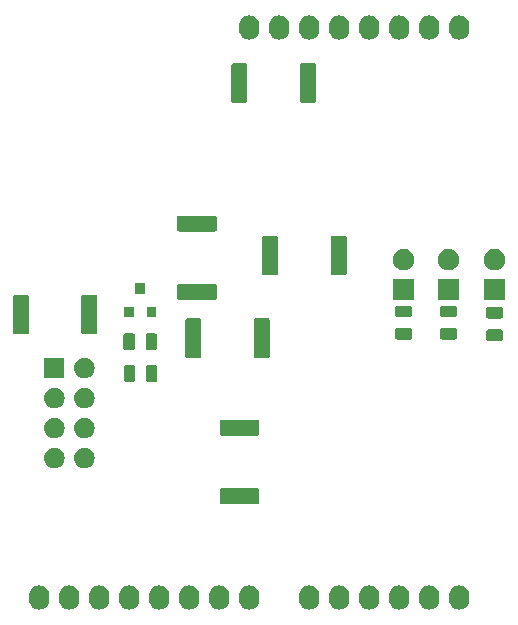
<source format=gbr>
G04 #@! TF.GenerationSoftware,KiCad,Pcbnew,5.0.2-bee76a0~70~ubuntu16.04.1*
G04 #@! TF.CreationDate,2019-02-13T18:04:47+01:00*
G04 #@! TF.ProjectId,NRF24_Shield_Uno,4e524632-345f-4536-9869-656c645f556e,rev?*
G04 #@! TF.SameCoordinates,Original*
G04 #@! TF.FileFunction,Soldermask,Bot*
G04 #@! TF.FilePolarity,Negative*
%FSLAX46Y46*%
G04 Gerber Fmt 4.6, Leading zero omitted, Abs format (unit mm)*
G04 Created by KiCad (PCBNEW 5.0.2-bee76a0~70~ubuntu16.04.1) date śro, 13 lut 2019, 18:04:47*
%MOMM*%
%LPD*%
G01*
G04 APERTURE LIST*
%ADD10C,0.100000*%
G04 APERTURE END LIST*
D10*
G36*
X139107294Y-122821496D02*
X139227726Y-122858029D01*
X139270087Y-122870879D01*
X139420112Y-122951068D01*
X139551612Y-123058988D01*
X139659532Y-123190488D01*
X139739721Y-123340512D01*
X139752571Y-123382873D01*
X139789104Y-123503305D01*
X139801600Y-123630180D01*
X139801600Y-124019819D01*
X139789104Y-124146694D01*
X139752571Y-124267128D01*
X139739721Y-124309488D01*
X139659532Y-124459512D01*
X139551612Y-124591012D01*
X139420112Y-124698932D01*
X139270088Y-124779121D01*
X139227727Y-124791971D01*
X139107295Y-124828504D01*
X138994432Y-124839620D01*
X138938001Y-124845178D01*
X138938000Y-124845178D01*
X138768706Y-124828504D01*
X138648274Y-124791971D01*
X138605913Y-124779121D01*
X138455889Y-124698932D01*
X138365946Y-124625117D01*
X138324388Y-124591012D01*
X138216469Y-124459512D01*
X138216467Y-124459509D01*
X138136279Y-124309488D01*
X138123429Y-124267127D01*
X138086896Y-124146695D01*
X138074400Y-124019820D01*
X138074400Y-123630181D01*
X138086896Y-123503306D01*
X138136278Y-123340517D01*
X138136279Y-123340513D01*
X138216468Y-123190488D01*
X138324388Y-123058988D01*
X138455888Y-122951068D01*
X138605912Y-122870879D01*
X138648273Y-122858029D01*
X138768705Y-122821496D01*
X138881568Y-122810380D01*
X138937999Y-122804822D01*
X138938000Y-122804822D01*
X139107294Y-122821496D01*
X139107294Y-122821496D01*
G37*
G36*
X172127294Y-122821496D02*
X172247726Y-122858029D01*
X172290087Y-122870879D01*
X172440112Y-122951068D01*
X172571612Y-123058988D01*
X172679532Y-123190488D01*
X172759721Y-123340512D01*
X172772571Y-123382873D01*
X172809104Y-123503305D01*
X172821600Y-123630180D01*
X172821600Y-124019819D01*
X172809104Y-124146694D01*
X172772571Y-124267128D01*
X172759721Y-124309488D01*
X172679532Y-124459512D01*
X172571612Y-124591012D01*
X172440112Y-124698932D01*
X172290088Y-124779121D01*
X172247727Y-124791971D01*
X172127295Y-124828504D01*
X172014432Y-124839620D01*
X171958001Y-124845178D01*
X171958000Y-124845178D01*
X171788706Y-124828504D01*
X171668274Y-124791971D01*
X171625913Y-124779121D01*
X171475889Y-124698932D01*
X171385946Y-124625117D01*
X171344388Y-124591012D01*
X171236469Y-124459512D01*
X171236467Y-124459509D01*
X171156279Y-124309488D01*
X171143429Y-124267127D01*
X171106896Y-124146695D01*
X171094400Y-124019820D01*
X171094400Y-123630181D01*
X171106896Y-123503306D01*
X171156278Y-123340517D01*
X171156279Y-123340513D01*
X171236468Y-123190488D01*
X171344388Y-123058988D01*
X171475888Y-122951068D01*
X171625912Y-122870879D01*
X171668273Y-122858029D01*
X171788705Y-122821496D01*
X171901568Y-122810380D01*
X171957999Y-122804822D01*
X171958000Y-122804822D01*
X172127294Y-122821496D01*
X172127294Y-122821496D01*
G37*
G36*
X174667294Y-122821496D02*
X174787726Y-122858029D01*
X174830087Y-122870879D01*
X174980112Y-122951068D01*
X175111612Y-123058988D01*
X175219532Y-123190488D01*
X175299721Y-123340512D01*
X175312571Y-123382873D01*
X175349104Y-123503305D01*
X175361600Y-123630180D01*
X175361600Y-124019819D01*
X175349104Y-124146694D01*
X175312571Y-124267128D01*
X175299721Y-124309488D01*
X175219532Y-124459512D01*
X175111612Y-124591012D01*
X174980112Y-124698932D01*
X174830088Y-124779121D01*
X174787727Y-124791971D01*
X174667295Y-124828504D01*
X174554432Y-124839620D01*
X174498001Y-124845178D01*
X174498000Y-124845178D01*
X174328706Y-124828504D01*
X174208274Y-124791971D01*
X174165913Y-124779121D01*
X174015889Y-124698932D01*
X173925946Y-124625117D01*
X173884388Y-124591012D01*
X173776469Y-124459512D01*
X173776467Y-124459509D01*
X173696279Y-124309488D01*
X173683429Y-124267127D01*
X173646896Y-124146695D01*
X173634400Y-124019820D01*
X173634400Y-123630181D01*
X173646896Y-123503306D01*
X173696278Y-123340517D01*
X173696279Y-123340513D01*
X173776468Y-123190488D01*
X173884388Y-123058988D01*
X174015888Y-122951068D01*
X174165912Y-122870879D01*
X174208273Y-122858029D01*
X174328705Y-122821496D01*
X174441568Y-122810380D01*
X174497999Y-122804822D01*
X174498000Y-122804822D01*
X174667294Y-122821496D01*
X174667294Y-122821496D01*
G37*
G36*
X169587294Y-122821496D02*
X169707726Y-122858029D01*
X169750087Y-122870879D01*
X169900112Y-122951068D01*
X170031612Y-123058988D01*
X170139532Y-123190488D01*
X170219721Y-123340512D01*
X170232571Y-123382873D01*
X170269104Y-123503305D01*
X170281600Y-123630180D01*
X170281600Y-124019819D01*
X170269104Y-124146694D01*
X170232571Y-124267128D01*
X170219721Y-124309488D01*
X170139532Y-124459512D01*
X170031612Y-124591012D01*
X169900112Y-124698932D01*
X169750088Y-124779121D01*
X169707727Y-124791971D01*
X169587295Y-124828504D01*
X169474432Y-124839620D01*
X169418001Y-124845178D01*
X169418000Y-124845178D01*
X169248706Y-124828504D01*
X169128274Y-124791971D01*
X169085913Y-124779121D01*
X168935889Y-124698932D01*
X168845946Y-124625117D01*
X168804388Y-124591012D01*
X168696469Y-124459512D01*
X168696467Y-124459509D01*
X168616279Y-124309488D01*
X168603429Y-124267127D01*
X168566896Y-124146695D01*
X168554400Y-124019820D01*
X168554400Y-123630181D01*
X168566896Y-123503306D01*
X168616278Y-123340517D01*
X168616279Y-123340513D01*
X168696468Y-123190488D01*
X168804388Y-123058988D01*
X168935888Y-122951068D01*
X169085912Y-122870879D01*
X169128273Y-122858029D01*
X169248705Y-122821496D01*
X169361568Y-122810380D01*
X169417999Y-122804822D01*
X169418000Y-122804822D01*
X169587294Y-122821496D01*
X169587294Y-122821496D01*
G37*
G36*
X167047294Y-122821496D02*
X167167726Y-122858029D01*
X167210087Y-122870879D01*
X167360112Y-122951068D01*
X167491612Y-123058988D01*
X167599532Y-123190488D01*
X167679721Y-123340512D01*
X167692571Y-123382873D01*
X167729104Y-123503305D01*
X167741600Y-123630180D01*
X167741600Y-124019819D01*
X167729104Y-124146694D01*
X167692571Y-124267128D01*
X167679721Y-124309488D01*
X167599532Y-124459512D01*
X167491612Y-124591012D01*
X167360112Y-124698932D01*
X167210088Y-124779121D01*
X167167727Y-124791971D01*
X167047295Y-124828504D01*
X166934432Y-124839620D01*
X166878001Y-124845178D01*
X166878000Y-124845178D01*
X166708706Y-124828504D01*
X166588274Y-124791971D01*
X166545913Y-124779121D01*
X166395889Y-124698932D01*
X166305946Y-124625117D01*
X166264388Y-124591012D01*
X166156469Y-124459512D01*
X166156467Y-124459509D01*
X166076279Y-124309488D01*
X166063429Y-124267127D01*
X166026896Y-124146695D01*
X166014400Y-124019820D01*
X166014400Y-123630181D01*
X166026896Y-123503306D01*
X166076278Y-123340517D01*
X166076279Y-123340513D01*
X166156468Y-123190488D01*
X166264388Y-123058988D01*
X166395888Y-122951068D01*
X166545912Y-122870879D01*
X166588273Y-122858029D01*
X166708705Y-122821496D01*
X166821568Y-122810380D01*
X166877999Y-122804822D01*
X166878000Y-122804822D01*
X167047294Y-122821496D01*
X167047294Y-122821496D01*
G37*
G36*
X164507294Y-122821496D02*
X164627726Y-122858029D01*
X164670087Y-122870879D01*
X164820112Y-122951068D01*
X164951612Y-123058988D01*
X165059532Y-123190488D01*
X165139721Y-123340512D01*
X165152571Y-123382873D01*
X165189104Y-123503305D01*
X165201600Y-123630180D01*
X165201600Y-124019819D01*
X165189104Y-124146694D01*
X165152571Y-124267128D01*
X165139721Y-124309488D01*
X165059532Y-124459512D01*
X164951612Y-124591012D01*
X164820112Y-124698932D01*
X164670088Y-124779121D01*
X164627727Y-124791971D01*
X164507295Y-124828504D01*
X164394432Y-124839620D01*
X164338001Y-124845178D01*
X164338000Y-124845178D01*
X164168706Y-124828504D01*
X164048274Y-124791971D01*
X164005913Y-124779121D01*
X163855889Y-124698932D01*
X163765946Y-124625117D01*
X163724388Y-124591012D01*
X163616469Y-124459512D01*
X163616467Y-124459509D01*
X163536279Y-124309488D01*
X163523429Y-124267127D01*
X163486896Y-124146695D01*
X163474400Y-124019820D01*
X163474400Y-123630181D01*
X163486896Y-123503306D01*
X163536278Y-123340517D01*
X163536279Y-123340513D01*
X163616468Y-123190488D01*
X163724388Y-123058988D01*
X163855888Y-122951068D01*
X164005912Y-122870879D01*
X164048273Y-122858029D01*
X164168705Y-122821496D01*
X164281568Y-122810380D01*
X164337999Y-122804822D01*
X164338000Y-122804822D01*
X164507294Y-122821496D01*
X164507294Y-122821496D01*
G37*
G36*
X161967294Y-122821496D02*
X162087726Y-122858029D01*
X162130087Y-122870879D01*
X162280112Y-122951068D01*
X162411612Y-123058988D01*
X162519532Y-123190488D01*
X162599721Y-123340512D01*
X162612571Y-123382873D01*
X162649104Y-123503305D01*
X162661600Y-123630180D01*
X162661600Y-124019819D01*
X162649104Y-124146694D01*
X162612571Y-124267128D01*
X162599721Y-124309488D01*
X162519532Y-124459512D01*
X162411612Y-124591012D01*
X162280112Y-124698932D01*
X162130088Y-124779121D01*
X162087727Y-124791971D01*
X161967295Y-124828504D01*
X161854432Y-124839620D01*
X161798001Y-124845178D01*
X161798000Y-124845178D01*
X161628706Y-124828504D01*
X161508274Y-124791971D01*
X161465913Y-124779121D01*
X161315889Y-124698932D01*
X161225946Y-124625117D01*
X161184388Y-124591012D01*
X161076469Y-124459512D01*
X161076467Y-124459509D01*
X160996279Y-124309488D01*
X160983429Y-124267127D01*
X160946896Y-124146695D01*
X160934400Y-124019820D01*
X160934400Y-123630181D01*
X160946896Y-123503306D01*
X160996278Y-123340517D01*
X160996279Y-123340513D01*
X161076468Y-123190488D01*
X161184388Y-123058988D01*
X161315888Y-122951068D01*
X161465912Y-122870879D01*
X161508273Y-122858029D01*
X161628705Y-122821496D01*
X161741568Y-122810380D01*
X161797999Y-122804822D01*
X161798000Y-122804822D01*
X161967294Y-122821496D01*
X161967294Y-122821496D01*
G37*
G36*
X156887294Y-122821496D02*
X157007726Y-122858029D01*
X157050087Y-122870879D01*
X157200112Y-122951068D01*
X157331612Y-123058988D01*
X157439532Y-123190488D01*
X157519721Y-123340512D01*
X157532571Y-123382873D01*
X157569104Y-123503305D01*
X157581600Y-123630180D01*
X157581600Y-124019819D01*
X157569104Y-124146694D01*
X157532571Y-124267128D01*
X157519721Y-124309488D01*
X157439532Y-124459512D01*
X157331612Y-124591012D01*
X157200112Y-124698932D01*
X157050088Y-124779121D01*
X157007727Y-124791971D01*
X156887295Y-124828504D01*
X156774432Y-124839620D01*
X156718001Y-124845178D01*
X156718000Y-124845178D01*
X156548706Y-124828504D01*
X156428274Y-124791971D01*
X156385913Y-124779121D01*
X156235889Y-124698932D01*
X156145946Y-124625117D01*
X156104388Y-124591012D01*
X155996469Y-124459512D01*
X155996467Y-124459509D01*
X155916279Y-124309488D01*
X155903429Y-124267127D01*
X155866896Y-124146695D01*
X155854400Y-124019820D01*
X155854400Y-123630181D01*
X155866896Y-123503306D01*
X155916278Y-123340517D01*
X155916279Y-123340513D01*
X155996468Y-123190488D01*
X156104388Y-123058988D01*
X156235888Y-122951068D01*
X156385912Y-122870879D01*
X156428273Y-122858029D01*
X156548705Y-122821496D01*
X156661568Y-122810380D01*
X156717999Y-122804822D01*
X156718000Y-122804822D01*
X156887294Y-122821496D01*
X156887294Y-122821496D01*
G37*
G36*
X151807294Y-122821496D02*
X151927726Y-122858029D01*
X151970087Y-122870879D01*
X152120112Y-122951068D01*
X152251612Y-123058988D01*
X152359532Y-123190488D01*
X152439721Y-123340512D01*
X152452571Y-123382873D01*
X152489104Y-123503305D01*
X152501600Y-123630180D01*
X152501600Y-124019819D01*
X152489104Y-124146694D01*
X152452571Y-124267128D01*
X152439721Y-124309488D01*
X152359532Y-124459512D01*
X152251612Y-124591012D01*
X152120112Y-124698932D01*
X151970088Y-124779121D01*
X151927727Y-124791971D01*
X151807295Y-124828504D01*
X151694432Y-124839620D01*
X151638001Y-124845178D01*
X151638000Y-124845178D01*
X151468706Y-124828504D01*
X151348274Y-124791971D01*
X151305913Y-124779121D01*
X151155889Y-124698932D01*
X151065946Y-124625117D01*
X151024388Y-124591012D01*
X150916469Y-124459512D01*
X150916467Y-124459509D01*
X150836279Y-124309488D01*
X150823429Y-124267127D01*
X150786896Y-124146695D01*
X150774400Y-124019820D01*
X150774400Y-123630181D01*
X150786896Y-123503306D01*
X150836278Y-123340517D01*
X150836279Y-123340513D01*
X150916468Y-123190488D01*
X151024388Y-123058988D01*
X151155888Y-122951068D01*
X151305912Y-122870879D01*
X151348273Y-122858029D01*
X151468705Y-122821496D01*
X151581568Y-122810380D01*
X151637999Y-122804822D01*
X151638000Y-122804822D01*
X151807294Y-122821496D01*
X151807294Y-122821496D01*
G37*
G36*
X149267294Y-122821496D02*
X149387726Y-122858029D01*
X149430087Y-122870879D01*
X149580112Y-122951068D01*
X149711612Y-123058988D01*
X149819532Y-123190488D01*
X149899721Y-123340512D01*
X149912571Y-123382873D01*
X149949104Y-123503305D01*
X149961600Y-123630180D01*
X149961600Y-124019819D01*
X149949104Y-124146694D01*
X149912571Y-124267128D01*
X149899721Y-124309488D01*
X149819532Y-124459512D01*
X149711612Y-124591012D01*
X149580112Y-124698932D01*
X149430088Y-124779121D01*
X149387727Y-124791971D01*
X149267295Y-124828504D01*
X149154432Y-124839620D01*
X149098001Y-124845178D01*
X149098000Y-124845178D01*
X148928706Y-124828504D01*
X148808274Y-124791971D01*
X148765913Y-124779121D01*
X148615889Y-124698932D01*
X148525946Y-124625117D01*
X148484388Y-124591012D01*
X148376469Y-124459512D01*
X148376467Y-124459509D01*
X148296279Y-124309488D01*
X148283429Y-124267127D01*
X148246896Y-124146695D01*
X148234400Y-124019820D01*
X148234400Y-123630181D01*
X148246896Y-123503306D01*
X148296278Y-123340517D01*
X148296279Y-123340513D01*
X148376468Y-123190488D01*
X148484388Y-123058988D01*
X148615888Y-122951068D01*
X148765912Y-122870879D01*
X148808273Y-122858029D01*
X148928705Y-122821496D01*
X149041568Y-122810380D01*
X149097999Y-122804822D01*
X149098000Y-122804822D01*
X149267294Y-122821496D01*
X149267294Y-122821496D01*
G37*
G36*
X146727294Y-122821496D02*
X146847726Y-122858029D01*
X146890087Y-122870879D01*
X147040112Y-122951068D01*
X147171612Y-123058988D01*
X147279532Y-123190488D01*
X147359721Y-123340512D01*
X147372571Y-123382873D01*
X147409104Y-123503305D01*
X147421600Y-123630180D01*
X147421600Y-124019819D01*
X147409104Y-124146694D01*
X147372571Y-124267128D01*
X147359721Y-124309488D01*
X147279532Y-124459512D01*
X147171612Y-124591012D01*
X147040112Y-124698932D01*
X146890088Y-124779121D01*
X146847727Y-124791971D01*
X146727295Y-124828504D01*
X146614432Y-124839620D01*
X146558001Y-124845178D01*
X146558000Y-124845178D01*
X146388706Y-124828504D01*
X146268274Y-124791971D01*
X146225913Y-124779121D01*
X146075889Y-124698932D01*
X145985946Y-124625117D01*
X145944388Y-124591012D01*
X145836469Y-124459512D01*
X145836467Y-124459509D01*
X145756279Y-124309488D01*
X145743429Y-124267127D01*
X145706896Y-124146695D01*
X145694400Y-124019820D01*
X145694400Y-123630181D01*
X145706896Y-123503306D01*
X145756278Y-123340517D01*
X145756279Y-123340513D01*
X145836468Y-123190488D01*
X145944388Y-123058988D01*
X146075888Y-122951068D01*
X146225912Y-122870879D01*
X146268273Y-122858029D01*
X146388705Y-122821496D01*
X146501568Y-122810380D01*
X146557999Y-122804822D01*
X146558000Y-122804822D01*
X146727294Y-122821496D01*
X146727294Y-122821496D01*
G37*
G36*
X144187294Y-122821496D02*
X144307726Y-122858029D01*
X144350087Y-122870879D01*
X144500112Y-122951068D01*
X144631612Y-123058988D01*
X144739532Y-123190488D01*
X144819721Y-123340512D01*
X144832571Y-123382873D01*
X144869104Y-123503305D01*
X144881600Y-123630180D01*
X144881600Y-124019819D01*
X144869104Y-124146694D01*
X144832571Y-124267128D01*
X144819721Y-124309488D01*
X144739532Y-124459512D01*
X144631612Y-124591012D01*
X144500112Y-124698932D01*
X144350088Y-124779121D01*
X144307727Y-124791971D01*
X144187295Y-124828504D01*
X144074432Y-124839620D01*
X144018001Y-124845178D01*
X144018000Y-124845178D01*
X143848706Y-124828504D01*
X143728274Y-124791971D01*
X143685913Y-124779121D01*
X143535889Y-124698932D01*
X143445946Y-124625117D01*
X143404388Y-124591012D01*
X143296469Y-124459512D01*
X143296467Y-124459509D01*
X143216279Y-124309488D01*
X143203429Y-124267127D01*
X143166896Y-124146695D01*
X143154400Y-124019820D01*
X143154400Y-123630181D01*
X143166896Y-123503306D01*
X143216278Y-123340517D01*
X143216279Y-123340513D01*
X143296468Y-123190488D01*
X143404388Y-123058988D01*
X143535888Y-122951068D01*
X143685912Y-122870879D01*
X143728273Y-122858029D01*
X143848705Y-122821496D01*
X143961568Y-122810380D01*
X144017999Y-122804822D01*
X144018000Y-122804822D01*
X144187294Y-122821496D01*
X144187294Y-122821496D01*
G37*
G36*
X141647294Y-122821496D02*
X141767726Y-122858029D01*
X141810087Y-122870879D01*
X141960112Y-122951068D01*
X142091612Y-123058988D01*
X142199532Y-123190488D01*
X142279721Y-123340512D01*
X142292571Y-123382873D01*
X142329104Y-123503305D01*
X142341600Y-123630180D01*
X142341600Y-124019819D01*
X142329104Y-124146694D01*
X142292571Y-124267128D01*
X142279721Y-124309488D01*
X142199532Y-124459512D01*
X142091612Y-124591012D01*
X141960112Y-124698932D01*
X141810088Y-124779121D01*
X141767727Y-124791971D01*
X141647295Y-124828504D01*
X141534432Y-124839620D01*
X141478001Y-124845178D01*
X141478000Y-124845178D01*
X141308706Y-124828504D01*
X141188274Y-124791971D01*
X141145913Y-124779121D01*
X140995889Y-124698932D01*
X140905946Y-124625117D01*
X140864388Y-124591012D01*
X140756469Y-124459512D01*
X140756467Y-124459509D01*
X140676279Y-124309488D01*
X140663429Y-124267127D01*
X140626896Y-124146695D01*
X140614400Y-124019820D01*
X140614400Y-123630181D01*
X140626896Y-123503306D01*
X140676278Y-123340517D01*
X140676279Y-123340513D01*
X140756468Y-123190488D01*
X140864388Y-123058988D01*
X140995888Y-122951068D01*
X141145912Y-122870879D01*
X141188273Y-122858029D01*
X141308705Y-122821496D01*
X141421568Y-122810380D01*
X141477999Y-122804822D01*
X141478000Y-122804822D01*
X141647294Y-122821496D01*
X141647294Y-122821496D01*
G37*
G36*
X154347294Y-122821496D02*
X154467726Y-122858029D01*
X154510087Y-122870879D01*
X154660112Y-122951068D01*
X154791612Y-123058988D01*
X154899532Y-123190488D01*
X154979721Y-123340512D01*
X154992571Y-123382873D01*
X155029104Y-123503305D01*
X155041600Y-123630180D01*
X155041600Y-124019819D01*
X155029104Y-124146694D01*
X154992571Y-124267128D01*
X154979721Y-124309488D01*
X154899532Y-124459512D01*
X154791612Y-124591012D01*
X154660112Y-124698932D01*
X154510088Y-124779121D01*
X154467727Y-124791971D01*
X154347295Y-124828504D01*
X154234432Y-124839620D01*
X154178001Y-124845178D01*
X154178000Y-124845178D01*
X154008706Y-124828504D01*
X153888274Y-124791971D01*
X153845913Y-124779121D01*
X153695889Y-124698932D01*
X153605946Y-124625117D01*
X153564388Y-124591012D01*
X153456469Y-124459512D01*
X153456467Y-124459509D01*
X153376279Y-124309488D01*
X153363429Y-124267127D01*
X153326896Y-124146695D01*
X153314400Y-124019820D01*
X153314400Y-123630181D01*
X153326896Y-123503306D01*
X153376278Y-123340517D01*
X153376279Y-123340513D01*
X153456468Y-123190488D01*
X153564388Y-123058988D01*
X153695888Y-122951068D01*
X153845912Y-122870879D01*
X153888273Y-122858029D01*
X154008705Y-122821496D01*
X154121568Y-122810380D01*
X154177999Y-122804822D01*
X154178000Y-122804822D01*
X154347294Y-122821496D01*
X154347294Y-122821496D01*
G37*
G36*
X157435002Y-114593884D02*
X157467023Y-114603598D01*
X157496535Y-114619372D01*
X157522401Y-114640599D01*
X157543628Y-114666465D01*
X157559402Y-114695977D01*
X157569116Y-114727998D01*
X157573000Y-114767436D01*
X157573000Y-115762564D01*
X157569116Y-115802002D01*
X157559402Y-115834023D01*
X157543628Y-115863535D01*
X157522401Y-115889401D01*
X157496535Y-115910628D01*
X157467023Y-115926402D01*
X157435002Y-115936116D01*
X157395564Y-115940000D01*
X154400436Y-115940000D01*
X154360998Y-115936116D01*
X154328977Y-115926402D01*
X154299465Y-115910628D01*
X154273599Y-115889401D01*
X154252372Y-115863535D01*
X154236598Y-115834023D01*
X154226884Y-115802002D01*
X154223000Y-115762564D01*
X154223000Y-114767436D01*
X154226884Y-114727998D01*
X154236598Y-114695977D01*
X154252372Y-114666465D01*
X154273599Y-114640599D01*
X154299465Y-114619372D01*
X154328977Y-114603598D01*
X154360998Y-114593884D01*
X154400436Y-114590000D01*
X157395564Y-114590000D01*
X157435002Y-114593884D01*
X157435002Y-114593884D01*
G37*
G36*
X140306712Y-111155565D02*
X140391295Y-111163896D01*
X140511727Y-111200429D01*
X140554088Y-111213279D01*
X140704112Y-111293468D01*
X140835612Y-111401388D01*
X140943532Y-111532888D01*
X141023721Y-111682912D01*
X141023722Y-111682916D01*
X141073104Y-111845705D01*
X141089778Y-112015000D01*
X141073104Y-112184295D01*
X141036571Y-112304727D01*
X141023721Y-112347088D01*
X140943532Y-112497112D01*
X140835612Y-112628612D01*
X140704112Y-112736532D01*
X140554088Y-112816721D01*
X140511727Y-112829571D01*
X140391295Y-112866104D01*
X140306712Y-112874435D01*
X140264421Y-112878600D01*
X140179579Y-112878600D01*
X140137288Y-112874435D01*
X140052705Y-112866104D01*
X139932273Y-112829571D01*
X139889912Y-112816721D01*
X139739888Y-112736532D01*
X139608388Y-112628612D01*
X139500468Y-112497112D01*
X139420279Y-112347088D01*
X139407429Y-112304727D01*
X139370896Y-112184295D01*
X139354222Y-112015000D01*
X139370896Y-111845705D01*
X139420278Y-111682916D01*
X139420279Y-111682912D01*
X139500468Y-111532888D01*
X139608388Y-111401388D01*
X139739888Y-111293468D01*
X139889912Y-111213279D01*
X139932273Y-111200429D01*
X140052705Y-111163896D01*
X140137288Y-111155565D01*
X140179579Y-111151400D01*
X140264421Y-111151400D01*
X140306712Y-111155565D01*
X140306712Y-111155565D01*
G37*
G36*
X142846712Y-111155565D02*
X142931295Y-111163896D01*
X143051727Y-111200429D01*
X143094088Y-111213279D01*
X143244112Y-111293468D01*
X143375612Y-111401388D01*
X143483532Y-111532888D01*
X143563721Y-111682912D01*
X143563722Y-111682916D01*
X143613104Y-111845705D01*
X143629778Y-112015000D01*
X143613104Y-112184295D01*
X143576571Y-112304727D01*
X143563721Y-112347088D01*
X143483532Y-112497112D01*
X143375612Y-112628612D01*
X143244112Y-112736532D01*
X143094088Y-112816721D01*
X143051727Y-112829571D01*
X142931295Y-112866104D01*
X142846712Y-112874435D01*
X142804421Y-112878600D01*
X142719579Y-112878600D01*
X142677288Y-112874435D01*
X142592705Y-112866104D01*
X142472273Y-112829571D01*
X142429912Y-112816721D01*
X142279888Y-112736532D01*
X142148388Y-112628612D01*
X142040468Y-112497112D01*
X141960279Y-112347088D01*
X141947429Y-112304727D01*
X141910896Y-112184295D01*
X141894222Y-112015000D01*
X141910896Y-111845705D01*
X141960278Y-111682916D01*
X141960279Y-111682912D01*
X142040468Y-111532888D01*
X142148388Y-111401388D01*
X142279888Y-111293468D01*
X142429912Y-111213279D01*
X142472273Y-111200429D01*
X142592705Y-111163896D01*
X142677288Y-111155565D01*
X142719579Y-111151400D01*
X142804421Y-111151400D01*
X142846712Y-111155565D01*
X142846712Y-111155565D01*
G37*
G36*
X140306712Y-108615565D02*
X140391295Y-108623896D01*
X140511727Y-108660429D01*
X140554088Y-108673279D01*
X140704112Y-108753468D01*
X140835612Y-108861388D01*
X140943532Y-108992888D01*
X141023721Y-109142912D01*
X141023722Y-109142916D01*
X141073104Y-109305705D01*
X141089778Y-109475000D01*
X141073104Y-109644295D01*
X141036571Y-109764727D01*
X141023721Y-109807088D01*
X140943532Y-109957112D01*
X140835612Y-110088612D01*
X140704112Y-110196532D01*
X140554088Y-110276721D01*
X140511727Y-110289571D01*
X140391295Y-110326104D01*
X140306712Y-110334435D01*
X140264421Y-110338600D01*
X140179579Y-110338600D01*
X140137288Y-110334435D01*
X140052705Y-110326104D01*
X139932273Y-110289571D01*
X139889912Y-110276721D01*
X139739888Y-110196532D01*
X139608388Y-110088612D01*
X139500468Y-109957112D01*
X139420279Y-109807088D01*
X139407429Y-109764727D01*
X139370896Y-109644295D01*
X139354222Y-109475000D01*
X139370896Y-109305705D01*
X139420278Y-109142916D01*
X139420279Y-109142912D01*
X139500468Y-108992888D01*
X139608388Y-108861388D01*
X139739888Y-108753468D01*
X139889912Y-108673279D01*
X139932273Y-108660429D01*
X140052705Y-108623896D01*
X140137288Y-108615565D01*
X140179579Y-108611400D01*
X140264421Y-108611400D01*
X140306712Y-108615565D01*
X140306712Y-108615565D01*
G37*
G36*
X142846712Y-108615565D02*
X142931295Y-108623896D01*
X143051727Y-108660429D01*
X143094088Y-108673279D01*
X143244112Y-108753468D01*
X143375612Y-108861388D01*
X143483532Y-108992888D01*
X143563721Y-109142912D01*
X143563722Y-109142916D01*
X143613104Y-109305705D01*
X143629778Y-109475000D01*
X143613104Y-109644295D01*
X143576571Y-109764727D01*
X143563721Y-109807088D01*
X143483532Y-109957112D01*
X143375612Y-110088612D01*
X143244112Y-110196532D01*
X143094088Y-110276721D01*
X143051727Y-110289571D01*
X142931295Y-110326104D01*
X142846712Y-110334435D01*
X142804421Y-110338600D01*
X142719579Y-110338600D01*
X142677288Y-110334435D01*
X142592705Y-110326104D01*
X142472273Y-110289571D01*
X142429912Y-110276721D01*
X142279888Y-110196532D01*
X142148388Y-110088612D01*
X142040468Y-109957112D01*
X141960279Y-109807088D01*
X141947429Y-109764727D01*
X141910896Y-109644295D01*
X141894222Y-109475000D01*
X141910896Y-109305705D01*
X141960278Y-109142916D01*
X141960279Y-109142912D01*
X142040468Y-108992888D01*
X142148388Y-108861388D01*
X142279888Y-108753468D01*
X142429912Y-108673279D01*
X142472273Y-108660429D01*
X142592705Y-108623896D01*
X142677288Y-108615565D01*
X142719579Y-108611400D01*
X142804421Y-108611400D01*
X142846712Y-108615565D01*
X142846712Y-108615565D01*
G37*
G36*
X157435002Y-108793884D02*
X157467023Y-108803598D01*
X157496535Y-108819372D01*
X157522401Y-108840599D01*
X157543628Y-108866465D01*
X157559402Y-108895977D01*
X157569116Y-108927998D01*
X157573000Y-108967436D01*
X157573000Y-109962564D01*
X157569116Y-110002002D01*
X157559402Y-110034023D01*
X157543628Y-110063535D01*
X157522401Y-110089401D01*
X157496535Y-110110628D01*
X157467023Y-110126402D01*
X157435002Y-110136116D01*
X157395564Y-110140000D01*
X154400436Y-110140000D01*
X154360998Y-110136116D01*
X154328977Y-110126402D01*
X154299465Y-110110628D01*
X154273599Y-110089401D01*
X154252372Y-110063535D01*
X154236598Y-110034023D01*
X154226884Y-110002002D01*
X154223000Y-109962564D01*
X154223000Y-108967436D01*
X154226884Y-108927998D01*
X154236598Y-108895977D01*
X154252372Y-108866465D01*
X154273599Y-108840599D01*
X154299465Y-108819372D01*
X154328977Y-108803598D01*
X154360998Y-108793884D01*
X154400436Y-108790000D01*
X157395564Y-108790000D01*
X157435002Y-108793884D01*
X157435002Y-108793884D01*
G37*
G36*
X140306712Y-106075565D02*
X140391295Y-106083896D01*
X140511727Y-106120429D01*
X140554088Y-106133279D01*
X140704112Y-106213468D01*
X140835612Y-106321388D01*
X140943532Y-106452888D01*
X141023721Y-106602912D01*
X141023722Y-106602916D01*
X141073104Y-106765705D01*
X141089778Y-106935000D01*
X141073104Y-107104295D01*
X141036571Y-107224727D01*
X141023721Y-107267088D01*
X140943532Y-107417112D01*
X140835612Y-107548612D01*
X140704112Y-107656532D01*
X140554088Y-107736721D01*
X140511727Y-107749571D01*
X140391295Y-107786104D01*
X140306712Y-107794435D01*
X140264421Y-107798600D01*
X140179579Y-107798600D01*
X140137288Y-107794435D01*
X140052705Y-107786104D01*
X139932273Y-107749571D01*
X139889912Y-107736721D01*
X139739888Y-107656532D01*
X139608388Y-107548612D01*
X139500468Y-107417112D01*
X139420279Y-107267088D01*
X139407429Y-107224727D01*
X139370896Y-107104295D01*
X139354222Y-106935000D01*
X139370896Y-106765705D01*
X139420278Y-106602916D01*
X139420279Y-106602912D01*
X139500468Y-106452888D01*
X139608388Y-106321388D01*
X139739888Y-106213468D01*
X139889912Y-106133279D01*
X139932273Y-106120429D01*
X140052705Y-106083896D01*
X140137288Y-106075565D01*
X140179579Y-106071400D01*
X140264421Y-106071400D01*
X140306712Y-106075565D01*
X140306712Y-106075565D01*
G37*
G36*
X142846712Y-106075565D02*
X142931295Y-106083896D01*
X143051727Y-106120429D01*
X143094088Y-106133279D01*
X143244112Y-106213468D01*
X143375612Y-106321388D01*
X143483532Y-106452888D01*
X143563721Y-106602912D01*
X143563722Y-106602916D01*
X143613104Y-106765705D01*
X143629778Y-106935000D01*
X143613104Y-107104295D01*
X143576571Y-107224727D01*
X143563721Y-107267088D01*
X143483532Y-107417112D01*
X143375612Y-107548612D01*
X143244112Y-107656532D01*
X143094088Y-107736721D01*
X143051727Y-107749571D01*
X142931295Y-107786104D01*
X142846712Y-107794435D01*
X142804421Y-107798600D01*
X142719579Y-107798600D01*
X142677288Y-107794435D01*
X142592705Y-107786104D01*
X142472273Y-107749571D01*
X142429912Y-107736721D01*
X142279888Y-107656532D01*
X142148388Y-107548612D01*
X142040468Y-107417112D01*
X141960279Y-107267088D01*
X141947429Y-107224727D01*
X141910896Y-107104295D01*
X141894222Y-106935000D01*
X141910896Y-106765705D01*
X141960278Y-106602916D01*
X141960279Y-106602912D01*
X142040468Y-106452888D01*
X142148388Y-106321388D01*
X142279888Y-106213468D01*
X142429912Y-106133279D01*
X142472273Y-106120429D01*
X142592705Y-106083896D01*
X142677288Y-106075565D01*
X142719579Y-106071400D01*
X142804421Y-106071400D01*
X142846712Y-106075565D01*
X142846712Y-106075565D01*
G37*
G36*
X146939492Y-104169076D02*
X146973383Y-104179357D01*
X147004611Y-104196048D01*
X147031985Y-104218515D01*
X147054452Y-104245889D01*
X147071143Y-104277117D01*
X147081424Y-104311008D01*
X147085500Y-104352391D01*
X147085500Y-105377609D01*
X147081424Y-105418992D01*
X147071143Y-105452883D01*
X147054452Y-105484111D01*
X147031985Y-105511485D01*
X147004611Y-105533952D01*
X146973383Y-105550643D01*
X146939492Y-105560924D01*
X146898109Y-105565000D01*
X146297891Y-105565000D01*
X146256508Y-105560924D01*
X146222617Y-105550643D01*
X146191389Y-105533952D01*
X146164015Y-105511485D01*
X146141548Y-105484111D01*
X146124857Y-105452883D01*
X146114576Y-105418992D01*
X146110500Y-105377609D01*
X146110500Y-104352391D01*
X146114576Y-104311008D01*
X146124857Y-104277117D01*
X146141548Y-104245889D01*
X146164015Y-104218515D01*
X146191389Y-104196048D01*
X146222617Y-104179357D01*
X146256508Y-104169076D01*
X146297891Y-104165000D01*
X146898109Y-104165000D01*
X146939492Y-104169076D01*
X146939492Y-104169076D01*
G37*
G36*
X148814492Y-104169076D02*
X148848383Y-104179357D01*
X148879611Y-104196048D01*
X148906985Y-104218515D01*
X148929452Y-104245889D01*
X148946143Y-104277117D01*
X148956424Y-104311008D01*
X148960500Y-104352391D01*
X148960500Y-105377609D01*
X148956424Y-105418992D01*
X148946143Y-105452883D01*
X148929452Y-105484111D01*
X148906985Y-105511485D01*
X148879611Y-105533952D01*
X148848383Y-105550643D01*
X148814492Y-105560924D01*
X148773109Y-105565000D01*
X148172891Y-105565000D01*
X148131508Y-105560924D01*
X148097617Y-105550643D01*
X148066389Y-105533952D01*
X148039015Y-105511485D01*
X148016548Y-105484111D01*
X147999857Y-105452883D01*
X147989576Y-105418992D01*
X147985500Y-105377609D01*
X147985500Y-104352391D01*
X147989576Y-104311008D01*
X147999857Y-104277117D01*
X148016548Y-104245889D01*
X148039015Y-104218515D01*
X148066389Y-104196048D01*
X148097617Y-104179357D01*
X148131508Y-104169076D01*
X148172891Y-104165000D01*
X148773109Y-104165000D01*
X148814492Y-104169076D01*
X148814492Y-104169076D01*
G37*
G36*
X142842962Y-103535196D02*
X142931295Y-103543896D01*
X143051727Y-103580429D01*
X143094088Y-103593279D01*
X143244112Y-103673468D01*
X143375612Y-103781388D01*
X143483532Y-103912888D01*
X143563721Y-104062912D01*
X143563722Y-104062916D01*
X143613104Y-104225705D01*
X143629778Y-104395000D01*
X143613104Y-104564295D01*
X143576571Y-104684727D01*
X143563721Y-104727088D01*
X143483532Y-104877112D01*
X143375612Y-105008612D01*
X143244112Y-105116532D01*
X143094088Y-105196721D01*
X143051727Y-105209571D01*
X142931295Y-105246104D01*
X142846712Y-105254435D01*
X142804421Y-105258600D01*
X142719579Y-105258600D01*
X142677288Y-105254435D01*
X142592705Y-105246104D01*
X142472273Y-105209571D01*
X142429912Y-105196721D01*
X142279888Y-105116532D01*
X142148388Y-105008612D01*
X142040468Y-104877112D01*
X141960279Y-104727088D01*
X141947429Y-104684727D01*
X141910896Y-104564295D01*
X141894222Y-104395000D01*
X141910896Y-104225705D01*
X141960278Y-104062916D01*
X141960279Y-104062912D01*
X142040468Y-103912888D01*
X142148388Y-103781388D01*
X142279888Y-103673468D01*
X142429912Y-103593279D01*
X142472273Y-103580429D01*
X142592705Y-103543896D01*
X142681038Y-103535196D01*
X142719579Y-103531400D01*
X142804421Y-103531400D01*
X142842962Y-103535196D01*
X142842962Y-103535196D01*
G37*
G36*
X141085600Y-105258600D02*
X139358400Y-105258600D01*
X139358400Y-103531400D01*
X141085600Y-103531400D01*
X141085600Y-105258600D01*
X141085600Y-105258600D01*
G37*
G36*
X158335002Y-100193884D02*
X158367023Y-100203598D01*
X158396535Y-100219372D01*
X158422401Y-100240599D01*
X158443628Y-100266465D01*
X158459402Y-100295977D01*
X158469116Y-100327998D01*
X158473000Y-100367436D01*
X158473000Y-103362564D01*
X158469116Y-103402002D01*
X158459402Y-103434023D01*
X158443628Y-103463535D01*
X158422401Y-103489401D01*
X158396535Y-103510628D01*
X158367023Y-103526402D01*
X158335002Y-103536116D01*
X158295564Y-103540000D01*
X157300436Y-103540000D01*
X157260998Y-103536116D01*
X157228977Y-103526402D01*
X157199465Y-103510628D01*
X157173599Y-103489401D01*
X157152372Y-103463535D01*
X157136598Y-103434023D01*
X157126884Y-103402002D01*
X157123000Y-103362564D01*
X157123000Y-100367436D01*
X157126884Y-100327998D01*
X157136598Y-100295977D01*
X157152372Y-100266465D01*
X157173599Y-100240599D01*
X157199465Y-100219372D01*
X157228977Y-100203598D01*
X157260998Y-100193884D01*
X157300436Y-100190000D01*
X158295564Y-100190000D01*
X158335002Y-100193884D01*
X158335002Y-100193884D01*
G37*
G36*
X152535002Y-100193884D02*
X152567023Y-100203598D01*
X152596535Y-100219372D01*
X152622401Y-100240599D01*
X152643628Y-100266465D01*
X152659402Y-100295977D01*
X152669116Y-100327998D01*
X152673000Y-100367436D01*
X152673000Y-103362564D01*
X152669116Y-103402002D01*
X152659402Y-103434023D01*
X152643628Y-103463535D01*
X152622401Y-103489401D01*
X152596535Y-103510628D01*
X152567023Y-103526402D01*
X152535002Y-103536116D01*
X152495564Y-103540000D01*
X151500436Y-103540000D01*
X151460998Y-103536116D01*
X151428977Y-103526402D01*
X151399465Y-103510628D01*
X151373599Y-103489401D01*
X151352372Y-103463535D01*
X151336598Y-103434023D01*
X151326884Y-103402002D01*
X151323000Y-103362564D01*
X151323000Y-100367436D01*
X151326884Y-100327998D01*
X151336598Y-100295977D01*
X151352372Y-100266465D01*
X151373599Y-100240599D01*
X151399465Y-100219372D01*
X151428977Y-100203598D01*
X151460998Y-100193884D01*
X151500436Y-100190000D01*
X152495564Y-100190000D01*
X152535002Y-100193884D01*
X152535002Y-100193884D01*
G37*
G36*
X148776992Y-101469076D02*
X148810883Y-101479357D01*
X148842111Y-101496048D01*
X148869485Y-101518515D01*
X148891952Y-101545889D01*
X148908643Y-101577117D01*
X148918924Y-101611008D01*
X148923000Y-101652391D01*
X148923000Y-102677609D01*
X148918924Y-102718992D01*
X148908643Y-102752883D01*
X148891952Y-102784111D01*
X148869485Y-102811485D01*
X148842111Y-102833952D01*
X148810883Y-102850643D01*
X148776992Y-102860924D01*
X148735609Y-102865000D01*
X148135391Y-102865000D01*
X148094008Y-102860924D01*
X148060117Y-102850643D01*
X148028889Y-102833952D01*
X148001515Y-102811485D01*
X147979048Y-102784111D01*
X147962357Y-102752883D01*
X147952076Y-102718992D01*
X147948000Y-102677609D01*
X147948000Y-101652391D01*
X147952076Y-101611008D01*
X147962357Y-101577117D01*
X147979048Y-101545889D01*
X148001515Y-101518515D01*
X148028889Y-101496048D01*
X148060117Y-101479357D01*
X148094008Y-101469076D01*
X148135391Y-101465000D01*
X148735609Y-101465000D01*
X148776992Y-101469076D01*
X148776992Y-101469076D01*
G37*
G36*
X146901992Y-101469076D02*
X146935883Y-101479357D01*
X146967111Y-101496048D01*
X146994485Y-101518515D01*
X147016952Y-101545889D01*
X147033643Y-101577117D01*
X147043924Y-101611008D01*
X147048000Y-101652391D01*
X147048000Y-102677609D01*
X147043924Y-102718992D01*
X147033643Y-102752883D01*
X147016952Y-102784111D01*
X146994485Y-102811485D01*
X146967111Y-102833952D01*
X146935883Y-102850643D01*
X146901992Y-102860924D01*
X146860609Y-102865000D01*
X146260391Y-102865000D01*
X146219008Y-102860924D01*
X146185117Y-102850643D01*
X146153889Y-102833952D01*
X146126515Y-102811485D01*
X146104048Y-102784111D01*
X146087357Y-102752883D01*
X146077076Y-102718992D01*
X146073000Y-102677609D01*
X146073000Y-101652391D01*
X146077076Y-101611008D01*
X146087357Y-101577117D01*
X146104048Y-101545889D01*
X146126515Y-101518515D01*
X146153889Y-101496048D01*
X146185117Y-101479357D01*
X146219008Y-101469076D01*
X146260391Y-101465000D01*
X146860609Y-101465000D01*
X146901992Y-101469076D01*
X146901992Y-101469076D01*
G37*
G36*
X178051992Y-101119076D02*
X178085883Y-101129357D01*
X178117111Y-101146048D01*
X178144485Y-101168515D01*
X178166952Y-101195889D01*
X178183643Y-101227117D01*
X178193924Y-101261008D01*
X178198000Y-101302391D01*
X178198000Y-101902609D01*
X178193924Y-101943992D01*
X178183643Y-101977883D01*
X178166952Y-102009111D01*
X178144485Y-102036485D01*
X178117111Y-102058952D01*
X178085883Y-102075643D01*
X178051992Y-102085924D01*
X178010609Y-102090000D01*
X176985391Y-102090000D01*
X176944008Y-102085924D01*
X176910117Y-102075643D01*
X176878889Y-102058952D01*
X176851515Y-102036485D01*
X176829048Y-102009111D01*
X176812357Y-101977883D01*
X176802076Y-101943992D01*
X176798000Y-101902609D01*
X176798000Y-101302391D01*
X176802076Y-101261008D01*
X176812357Y-101227117D01*
X176829048Y-101195889D01*
X176851515Y-101168515D01*
X176878889Y-101146048D01*
X176910117Y-101129357D01*
X176944008Y-101119076D01*
X176985391Y-101115000D01*
X178010609Y-101115000D01*
X178051992Y-101119076D01*
X178051992Y-101119076D01*
G37*
G36*
X170351992Y-101019076D02*
X170385883Y-101029357D01*
X170417111Y-101046048D01*
X170444485Y-101068515D01*
X170466952Y-101095889D01*
X170483643Y-101127117D01*
X170493924Y-101161008D01*
X170498000Y-101202391D01*
X170498000Y-101802609D01*
X170493924Y-101843992D01*
X170483643Y-101877883D01*
X170466952Y-101909111D01*
X170444485Y-101936485D01*
X170417111Y-101958952D01*
X170385883Y-101975643D01*
X170351992Y-101985924D01*
X170310609Y-101990000D01*
X169285391Y-101990000D01*
X169244008Y-101985924D01*
X169210117Y-101975643D01*
X169178889Y-101958952D01*
X169151515Y-101936485D01*
X169129048Y-101909111D01*
X169112357Y-101877883D01*
X169102076Y-101843992D01*
X169098000Y-101802609D01*
X169098000Y-101202391D01*
X169102076Y-101161008D01*
X169112357Y-101127117D01*
X169129048Y-101095889D01*
X169151515Y-101068515D01*
X169178889Y-101046048D01*
X169210117Y-101029357D01*
X169244008Y-101019076D01*
X169285391Y-101015000D01*
X170310609Y-101015000D01*
X170351992Y-101019076D01*
X170351992Y-101019076D01*
G37*
G36*
X174151992Y-101019076D02*
X174185883Y-101029357D01*
X174217111Y-101046048D01*
X174244485Y-101068515D01*
X174266952Y-101095889D01*
X174283643Y-101127117D01*
X174293924Y-101161008D01*
X174298000Y-101202391D01*
X174298000Y-101802609D01*
X174293924Y-101843992D01*
X174283643Y-101877883D01*
X174266952Y-101909111D01*
X174244485Y-101936485D01*
X174217111Y-101958952D01*
X174185883Y-101975643D01*
X174151992Y-101985924D01*
X174110609Y-101990000D01*
X173085391Y-101990000D01*
X173044008Y-101985924D01*
X173010117Y-101975643D01*
X172978889Y-101958952D01*
X172951515Y-101936485D01*
X172929048Y-101909111D01*
X172912357Y-101877883D01*
X172902076Y-101843992D01*
X172898000Y-101802609D01*
X172898000Y-101202391D01*
X172902076Y-101161008D01*
X172912357Y-101127117D01*
X172929048Y-101095889D01*
X172951515Y-101068515D01*
X172978889Y-101046048D01*
X173010117Y-101029357D01*
X173044008Y-101019076D01*
X173085391Y-101015000D01*
X174110609Y-101015000D01*
X174151992Y-101019076D01*
X174151992Y-101019076D01*
G37*
G36*
X137935002Y-98193884D02*
X137967023Y-98203598D01*
X137996535Y-98219372D01*
X138022401Y-98240599D01*
X138043628Y-98266465D01*
X138059402Y-98295977D01*
X138069116Y-98327998D01*
X138073000Y-98367436D01*
X138073000Y-101362564D01*
X138069116Y-101402002D01*
X138059402Y-101434023D01*
X138043628Y-101463535D01*
X138022401Y-101489401D01*
X137996535Y-101510628D01*
X137967023Y-101526402D01*
X137935002Y-101536116D01*
X137895564Y-101540000D01*
X136900436Y-101540000D01*
X136860998Y-101536116D01*
X136828977Y-101526402D01*
X136799465Y-101510628D01*
X136773599Y-101489401D01*
X136752372Y-101463535D01*
X136736598Y-101434023D01*
X136726884Y-101402002D01*
X136723000Y-101362564D01*
X136723000Y-98367436D01*
X136726884Y-98327998D01*
X136736598Y-98295977D01*
X136752372Y-98266465D01*
X136773599Y-98240599D01*
X136799465Y-98219372D01*
X136828977Y-98203598D01*
X136860998Y-98193884D01*
X136900436Y-98190000D01*
X137895564Y-98190000D01*
X137935002Y-98193884D01*
X137935002Y-98193884D01*
G37*
G36*
X143735002Y-98193884D02*
X143767023Y-98203598D01*
X143796535Y-98219372D01*
X143822401Y-98240599D01*
X143843628Y-98266465D01*
X143859402Y-98295977D01*
X143869116Y-98327998D01*
X143873000Y-98367436D01*
X143873000Y-101362564D01*
X143869116Y-101402002D01*
X143859402Y-101434023D01*
X143843628Y-101463535D01*
X143822401Y-101489401D01*
X143796535Y-101510628D01*
X143767023Y-101526402D01*
X143735002Y-101536116D01*
X143695564Y-101540000D01*
X142700436Y-101540000D01*
X142660998Y-101536116D01*
X142628977Y-101526402D01*
X142599465Y-101510628D01*
X142573599Y-101489401D01*
X142552372Y-101463535D01*
X142536598Y-101434023D01*
X142526884Y-101402002D01*
X142523000Y-101362564D01*
X142523000Y-98367436D01*
X142526884Y-98327998D01*
X142536598Y-98295977D01*
X142552372Y-98266465D01*
X142573599Y-98240599D01*
X142599465Y-98219372D01*
X142628977Y-98203598D01*
X142660998Y-98193884D01*
X142700436Y-98190000D01*
X143695564Y-98190000D01*
X143735002Y-98193884D01*
X143735002Y-98193884D01*
G37*
G36*
X178051992Y-99244076D02*
X178085883Y-99254357D01*
X178117111Y-99271048D01*
X178144485Y-99293515D01*
X178166952Y-99320889D01*
X178183643Y-99352117D01*
X178193924Y-99386008D01*
X178198000Y-99427391D01*
X178198000Y-100027609D01*
X178193924Y-100068992D01*
X178183643Y-100102883D01*
X178166952Y-100134111D01*
X178144485Y-100161485D01*
X178117111Y-100183952D01*
X178085883Y-100200643D01*
X178051992Y-100210924D01*
X178010609Y-100215000D01*
X176985391Y-100215000D01*
X176944008Y-100210924D01*
X176910117Y-100200643D01*
X176878889Y-100183952D01*
X176851515Y-100161485D01*
X176829048Y-100134111D01*
X176812357Y-100102883D01*
X176802076Y-100068992D01*
X176798000Y-100027609D01*
X176798000Y-99427391D01*
X176802076Y-99386008D01*
X176812357Y-99352117D01*
X176829048Y-99320889D01*
X176851515Y-99293515D01*
X176878889Y-99271048D01*
X176910117Y-99254357D01*
X176944008Y-99244076D01*
X176985391Y-99240000D01*
X178010609Y-99240000D01*
X178051992Y-99244076D01*
X178051992Y-99244076D01*
G37*
G36*
X146948000Y-100115000D02*
X146148000Y-100115000D01*
X146148000Y-99215000D01*
X146948000Y-99215000D01*
X146948000Y-100115000D01*
X146948000Y-100115000D01*
G37*
G36*
X170351992Y-99144076D02*
X170385883Y-99154357D01*
X170417111Y-99171048D01*
X170444485Y-99193515D01*
X170466952Y-99220889D01*
X170483643Y-99252117D01*
X170493924Y-99286008D01*
X170498000Y-99327391D01*
X170498000Y-99927609D01*
X170493924Y-99968992D01*
X170483643Y-100002883D01*
X170466952Y-100034111D01*
X170444485Y-100061485D01*
X170417111Y-100083952D01*
X170385883Y-100100643D01*
X170351992Y-100110924D01*
X170310609Y-100115000D01*
X169285391Y-100115000D01*
X169244008Y-100110924D01*
X169210117Y-100100643D01*
X169178889Y-100083952D01*
X169151515Y-100061485D01*
X169129048Y-100034111D01*
X169112357Y-100002883D01*
X169102076Y-99968992D01*
X169098000Y-99927609D01*
X169098000Y-99327391D01*
X169102076Y-99286008D01*
X169112357Y-99252117D01*
X169129048Y-99220889D01*
X169151515Y-99193515D01*
X169178889Y-99171048D01*
X169210117Y-99154357D01*
X169244008Y-99144076D01*
X169285391Y-99140000D01*
X170310609Y-99140000D01*
X170351992Y-99144076D01*
X170351992Y-99144076D01*
G37*
G36*
X174151992Y-99144076D02*
X174185883Y-99154357D01*
X174217111Y-99171048D01*
X174244485Y-99193515D01*
X174266952Y-99220889D01*
X174283643Y-99252117D01*
X174293924Y-99286008D01*
X174298000Y-99327391D01*
X174298000Y-99927609D01*
X174293924Y-99968992D01*
X174283643Y-100002883D01*
X174266952Y-100034111D01*
X174244485Y-100061485D01*
X174217111Y-100083952D01*
X174185883Y-100100643D01*
X174151992Y-100110924D01*
X174110609Y-100115000D01*
X173085391Y-100115000D01*
X173044008Y-100110924D01*
X173010117Y-100100643D01*
X172978889Y-100083952D01*
X172951515Y-100061485D01*
X172929048Y-100034111D01*
X172912357Y-100002883D01*
X172902076Y-99968992D01*
X172898000Y-99927609D01*
X172898000Y-99327391D01*
X172902076Y-99286008D01*
X172912357Y-99252117D01*
X172929048Y-99220889D01*
X172951515Y-99193515D01*
X172978889Y-99171048D01*
X173010117Y-99154357D01*
X173044008Y-99144076D01*
X173085391Y-99140000D01*
X174110609Y-99140000D01*
X174151992Y-99144076D01*
X174151992Y-99144076D01*
G37*
G36*
X148848000Y-100115000D02*
X148048000Y-100115000D01*
X148048000Y-99215000D01*
X148848000Y-99215000D01*
X148848000Y-100115000D01*
X148848000Y-100115000D01*
G37*
G36*
X174498000Y-98665000D02*
X172698000Y-98665000D01*
X172698000Y-96865000D01*
X174498000Y-96865000D01*
X174498000Y-98665000D01*
X174498000Y-98665000D01*
G37*
G36*
X178398000Y-98665000D02*
X176598000Y-98665000D01*
X176598000Y-96865000D01*
X178398000Y-96865000D01*
X178398000Y-98665000D01*
X178398000Y-98665000D01*
G37*
G36*
X170698000Y-98665000D02*
X168898000Y-98665000D01*
X168898000Y-96865000D01*
X170698000Y-96865000D01*
X170698000Y-98665000D01*
X170698000Y-98665000D01*
G37*
G36*
X153835002Y-97293884D02*
X153867023Y-97303598D01*
X153896535Y-97319372D01*
X153922401Y-97340599D01*
X153943628Y-97366465D01*
X153959402Y-97395977D01*
X153969116Y-97427998D01*
X153973000Y-97467436D01*
X153973000Y-98462564D01*
X153969116Y-98502002D01*
X153959402Y-98534023D01*
X153943628Y-98563535D01*
X153922401Y-98589401D01*
X153896535Y-98610628D01*
X153867023Y-98626402D01*
X153835002Y-98636116D01*
X153795564Y-98640000D01*
X150800436Y-98640000D01*
X150760998Y-98636116D01*
X150728977Y-98626402D01*
X150699465Y-98610628D01*
X150673599Y-98589401D01*
X150652372Y-98563535D01*
X150636598Y-98534023D01*
X150626884Y-98502002D01*
X150623000Y-98462564D01*
X150623000Y-97467436D01*
X150626884Y-97427998D01*
X150636598Y-97395977D01*
X150652372Y-97366465D01*
X150673599Y-97340599D01*
X150699465Y-97319372D01*
X150728977Y-97303598D01*
X150760998Y-97293884D01*
X150800436Y-97290000D01*
X153795564Y-97290000D01*
X153835002Y-97293884D01*
X153835002Y-97293884D01*
G37*
G36*
X147898000Y-98115000D02*
X147098000Y-98115000D01*
X147098000Y-97215000D01*
X147898000Y-97215000D01*
X147898000Y-98115000D01*
X147898000Y-98115000D01*
G37*
G36*
X159035002Y-93193884D02*
X159067023Y-93203598D01*
X159096535Y-93219372D01*
X159122401Y-93240599D01*
X159143628Y-93266465D01*
X159159402Y-93295977D01*
X159169116Y-93327998D01*
X159173000Y-93367436D01*
X159173000Y-96362564D01*
X159169116Y-96402002D01*
X159159402Y-96434023D01*
X159143628Y-96463535D01*
X159122401Y-96489401D01*
X159096535Y-96510628D01*
X159067023Y-96526402D01*
X159035002Y-96536116D01*
X158995564Y-96540000D01*
X158000436Y-96540000D01*
X157960998Y-96536116D01*
X157928977Y-96526402D01*
X157899465Y-96510628D01*
X157873599Y-96489401D01*
X157852372Y-96463535D01*
X157836598Y-96434023D01*
X157826884Y-96402002D01*
X157823000Y-96362564D01*
X157823000Y-93367436D01*
X157826884Y-93327998D01*
X157836598Y-93295977D01*
X157852372Y-93266465D01*
X157873599Y-93240599D01*
X157899465Y-93219372D01*
X157928977Y-93203598D01*
X157960998Y-93193884D01*
X158000436Y-93190000D01*
X158995564Y-93190000D01*
X159035002Y-93193884D01*
X159035002Y-93193884D01*
G37*
G36*
X164835002Y-93193884D02*
X164867023Y-93203598D01*
X164896535Y-93219372D01*
X164922401Y-93240599D01*
X164943628Y-93266465D01*
X164959402Y-93295977D01*
X164969116Y-93327998D01*
X164973000Y-93367436D01*
X164973000Y-96362564D01*
X164969116Y-96402002D01*
X164959402Y-96434023D01*
X164943628Y-96463535D01*
X164922401Y-96489401D01*
X164896535Y-96510628D01*
X164867023Y-96526402D01*
X164835002Y-96536116D01*
X164795564Y-96540000D01*
X163800436Y-96540000D01*
X163760998Y-96536116D01*
X163728977Y-96526402D01*
X163699465Y-96510628D01*
X163673599Y-96489401D01*
X163652372Y-96463535D01*
X163636598Y-96434023D01*
X163626884Y-96402002D01*
X163623000Y-96362564D01*
X163623000Y-93367436D01*
X163626884Y-93327998D01*
X163636598Y-93295977D01*
X163652372Y-93266465D01*
X163673599Y-93240599D01*
X163699465Y-93219372D01*
X163728977Y-93203598D01*
X163760998Y-93193884D01*
X163800436Y-93190000D01*
X164795564Y-93190000D01*
X164835002Y-93193884D01*
X164835002Y-93193884D01*
G37*
G36*
X170060521Y-94359586D02*
X170224309Y-94427429D01*
X170371720Y-94525926D01*
X170497074Y-94651280D01*
X170595571Y-94798691D01*
X170663414Y-94962479D01*
X170698000Y-95136356D01*
X170698000Y-95313644D01*
X170663414Y-95487521D01*
X170595571Y-95651309D01*
X170497074Y-95798720D01*
X170371720Y-95924074D01*
X170224309Y-96022571D01*
X170060521Y-96090414D01*
X169886644Y-96125000D01*
X169709356Y-96125000D01*
X169535479Y-96090414D01*
X169371691Y-96022571D01*
X169224280Y-95924074D01*
X169098926Y-95798720D01*
X169000429Y-95651309D01*
X168932586Y-95487521D01*
X168898000Y-95313644D01*
X168898000Y-95136356D01*
X168932586Y-94962479D01*
X169000429Y-94798691D01*
X169098926Y-94651280D01*
X169224280Y-94525926D01*
X169371691Y-94427429D01*
X169535479Y-94359586D01*
X169709356Y-94325000D01*
X169886644Y-94325000D01*
X170060521Y-94359586D01*
X170060521Y-94359586D01*
G37*
G36*
X177760521Y-94359586D02*
X177924309Y-94427429D01*
X178071720Y-94525926D01*
X178197074Y-94651280D01*
X178295571Y-94798691D01*
X178363414Y-94962479D01*
X178398000Y-95136356D01*
X178398000Y-95313644D01*
X178363414Y-95487521D01*
X178295571Y-95651309D01*
X178197074Y-95798720D01*
X178071720Y-95924074D01*
X177924309Y-96022571D01*
X177760521Y-96090414D01*
X177586644Y-96125000D01*
X177409356Y-96125000D01*
X177235479Y-96090414D01*
X177071691Y-96022571D01*
X176924280Y-95924074D01*
X176798926Y-95798720D01*
X176700429Y-95651309D01*
X176632586Y-95487521D01*
X176598000Y-95313644D01*
X176598000Y-95136356D01*
X176632586Y-94962479D01*
X176700429Y-94798691D01*
X176798926Y-94651280D01*
X176924280Y-94525926D01*
X177071691Y-94427429D01*
X177235479Y-94359586D01*
X177409356Y-94325000D01*
X177586644Y-94325000D01*
X177760521Y-94359586D01*
X177760521Y-94359586D01*
G37*
G36*
X173860521Y-94359586D02*
X174024309Y-94427429D01*
X174171720Y-94525926D01*
X174297074Y-94651280D01*
X174395571Y-94798691D01*
X174463414Y-94962479D01*
X174498000Y-95136356D01*
X174498000Y-95313644D01*
X174463414Y-95487521D01*
X174395571Y-95651309D01*
X174297074Y-95798720D01*
X174171720Y-95924074D01*
X174024309Y-96022571D01*
X173860521Y-96090414D01*
X173686644Y-96125000D01*
X173509356Y-96125000D01*
X173335479Y-96090414D01*
X173171691Y-96022571D01*
X173024280Y-95924074D01*
X172898926Y-95798720D01*
X172800429Y-95651309D01*
X172732586Y-95487521D01*
X172698000Y-95313644D01*
X172698000Y-95136356D01*
X172732586Y-94962479D01*
X172800429Y-94798691D01*
X172898926Y-94651280D01*
X173024280Y-94525926D01*
X173171691Y-94427429D01*
X173335479Y-94359586D01*
X173509356Y-94325000D01*
X173686644Y-94325000D01*
X173860521Y-94359586D01*
X173860521Y-94359586D01*
G37*
G36*
X153835002Y-91493884D02*
X153867023Y-91503598D01*
X153896535Y-91519372D01*
X153922401Y-91540599D01*
X153943628Y-91566465D01*
X153959402Y-91595977D01*
X153969116Y-91627998D01*
X153973000Y-91667436D01*
X153973000Y-92662564D01*
X153969116Y-92702002D01*
X153959402Y-92734023D01*
X153943628Y-92763535D01*
X153922401Y-92789401D01*
X153896535Y-92810628D01*
X153867023Y-92826402D01*
X153835002Y-92836116D01*
X153795564Y-92840000D01*
X150800436Y-92840000D01*
X150760998Y-92836116D01*
X150728977Y-92826402D01*
X150699465Y-92810628D01*
X150673599Y-92789401D01*
X150652372Y-92763535D01*
X150636598Y-92734023D01*
X150626884Y-92702002D01*
X150623000Y-92662564D01*
X150623000Y-91667436D01*
X150626884Y-91627998D01*
X150636598Y-91595977D01*
X150652372Y-91566465D01*
X150673599Y-91540599D01*
X150699465Y-91519372D01*
X150728977Y-91503598D01*
X150760998Y-91493884D01*
X150800436Y-91490000D01*
X153795564Y-91490000D01*
X153835002Y-91493884D01*
X153835002Y-91493884D01*
G37*
G36*
X162235002Y-78593884D02*
X162267023Y-78603598D01*
X162296535Y-78619372D01*
X162322401Y-78640599D01*
X162343628Y-78666465D01*
X162359402Y-78695977D01*
X162369116Y-78727998D01*
X162373000Y-78767436D01*
X162373000Y-81762564D01*
X162369116Y-81802002D01*
X162359402Y-81834023D01*
X162343628Y-81863535D01*
X162322401Y-81889401D01*
X162296535Y-81910628D01*
X162267023Y-81926402D01*
X162235002Y-81936116D01*
X162195564Y-81940000D01*
X161200436Y-81940000D01*
X161160998Y-81936116D01*
X161128977Y-81926402D01*
X161099465Y-81910628D01*
X161073599Y-81889401D01*
X161052372Y-81863535D01*
X161036598Y-81834023D01*
X161026884Y-81802002D01*
X161023000Y-81762564D01*
X161023000Y-78767436D01*
X161026884Y-78727998D01*
X161036598Y-78695977D01*
X161052372Y-78666465D01*
X161073599Y-78640599D01*
X161099465Y-78619372D01*
X161128977Y-78603598D01*
X161160998Y-78593884D01*
X161200436Y-78590000D01*
X162195564Y-78590000D01*
X162235002Y-78593884D01*
X162235002Y-78593884D01*
G37*
G36*
X156435002Y-78593884D02*
X156467023Y-78603598D01*
X156496535Y-78619372D01*
X156522401Y-78640599D01*
X156543628Y-78666465D01*
X156559402Y-78695977D01*
X156569116Y-78727998D01*
X156573000Y-78767436D01*
X156573000Y-81762564D01*
X156569116Y-81802002D01*
X156559402Y-81834023D01*
X156543628Y-81863535D01*
X156522401Y-81889401D01*
X156496535Y-81910628D01*
X156467023Y-81926402D01*
X156435002Y-81936116D01*
X156395564Y-81940000D01*
X155400436Y-81940000D01*
X155360998Y-81936116D01*
X155328977Y-81926402D01*
X155299465Y-81910628D01*
X155273599Y-81889401D01*
X155252372Y-81863535D01*
X155236598Y-81834023D01*
X155226884Y-81802002D01*
X155223000Y-81762564D01*
X155223000Y-78767436D01*
X155226884Y-78727998D01*
X155236598Y-78695977D01*
X155252372Y-78666465D01*
X155273599Y-78640599D01*
X155299465Y-78619372D01*
X155328977Y-78603598D01*
X155360998Y-78593884D01*
X155400436Y-78590000D01*
X156395564Y-78590000D01*
X156435002Y-78593884D01*
X156435002Y-78593884D01*
G37*
G36*
X159427294Y-74561496D02*
X159547726Y-74598029D01*
X159590087Y-74610879D01*
X159740112Y-74691068D01*
X159871612Y-74798988D01*
X159979532Y-74930488D01*
X160059721Y-75080512D01*
X160072571Y-75122873D01*
X160109104Y-75243305D01*
X160121600Y-75370180D01*
X160121600Y-75759819D01*
X160109104Y-75886694D01*
X160072571Y-76007128D01*
X160059721Y-76049488D01*
X159979532Y-76199512D01*
X159871612Y-76331012D01*
X159740112Y-76438932D01*
X159590088Y-76519121D01*
X159547727Y-76531971D01*
X159427295Y-76568504D01*
X159314432Y-76579620D01*
X159258001Y-76585178D01*
X159258000Y-76585178D01*
X159088706Y-76568504D01*
X158968274Y-76531971D01*
X158925913Y-76519121D01*
X158775889Y-76438932D01*
X158685946Y-76365117D01*
X158644388Y-76331012D01*
X158536469Y-76199512D01*
X158536467Y-76199509D01*
X158456279Y-76049488D01*
X158443429Y-76007127D01*
X158406896Y-75886695D01*
X158394400Y-75759820D01*
X158394400Y-75370181D01*
X158406896Y-75243306D01*
X158456278Y-75080517D01*
X158456279Y-75080513D01*
X158536468Y-74930488D01*
X158644388Y-74798988D01*
X158775888Y-74691068D01*
X158925912Y-74610879D01*
X158968273Y-74598029D01*
X159088705Y-74561496D01*
X159201568Y-74550380D01*
X159257999Y-74544822D01*
X159258000Y-74544822D01*
X159427294Y-74561496D01*
X159427294Y-74561496D01*
G37*
G36*
X169587294Y-74561496D02*
X169707726Y-74598029D01*
X169750087Y-74610879D01*
X169900112Y-74691068D01*
X170031612Y-74798988D01*
X170139532Y-74930488D01*
X170219721Y-75080512D01*
X170232571Y-75122873D01*
X170269104Y-75243305D01*
X170281600Y-75370180D01*
X170281600Y-75759819D01*
X170269104Y-75886694D01*
X170232571Y-76007128D01*
X170219721Y-76049488D01*
X170139532Y-76199512D01*
X170031612Y-76331012D01*
X169900112Y-76438932D01*
X169750088Y-76519121D01*
X169707727Y-76531971D01*
X169587295Y-76568504D01*
X169474432Y-76579620D01*
X169418001Y-76585178D01*
X169418000Y-76585178D01*
X169248706Y-76568504D01*
X169128274Y-76531971D01*
X169085913Y-76519121D01*
X168935889Y-76438932D01*
X168845946Y-76365117D01*
X168804388Y-76331012D01*
X168696469Y-76199512D01*
X168696467Y-76199509D01*
X168616279Y-76049488D01*
X168603429Y-76007127D01*
X168566896Y-75886695D01*
X168554400Y-75759820D01*
X168554400Y-75370181D01*
X168566896Y-75243306D01*
X168616278Y-75080517D01*
X168616279Y-75080513D01*
X168696468Y-74930488D01*
X168804388Y-74798988D01*
X168935888Y-74691068D01*
X169085912Y-74610879D01*
X169128273Y-74598029D01*
X169248705Y-74561496D01*
X169361568Y-74550380D01*
X169417999Y-74544822D01*
X169418000Y-74544822D01*
X169587294Y-74561496D01*
X169587294Y-74561496D01*
G37*
G36*
X172127294Y-74561496D02*
X172247726Y-74598029D01*
X172290087Y-74610879D01*
X172440112Y-74691068D01*
X172571612Y-74798988D01*
X172679532Y-74930488D01*
X172759721Y-75080512D01*
X172772571Y-75122873D01*
X172809104Y-75243305D01*
X172821600Y-75370180D01*
X172821600Y-75759819D01*
X172809104Y-75886694D01*
X172772571Y-76007128D01*
X172759721Y-76049488D01*
X172679532Y-76199512D01*
X172571612Y-76331012D01*
X172440112Y-76438932D01*
X172290088Y-76519121D01*
X172247727Y-76531971D01*
X172127295Y-76568504D01*
X172014432Y-76579620D01*
X171958001Y-76585178D01*
X171958000Y-76585178D01*
X171788706Y-76568504D01*
X171668274Y-76531971D01*
X171625913Y-76519121D01*
X171475889Y-76438932D01*
X171385946Y-76365117D01*
X171344388Y-76331012D01*
X171236469Y-76199512D01*
X171236467Y-76199509D01*
X171156279Y-76049488D01*
X171143429Y-76007127D01*
X171106896Y-75886695D01*
X171094400Y-75759820D01*
X171094400Y-75370181D01*
X171106896Y-75243306D01*
X171156278Y-75080517D01*
X171156279Y-75080513D01*
X171236468Y-74930488D01*
X171344388Y-74798988D01*
X171475888Y-74691068D01*
X171625912Y-74610879D01*
X171668273Y-74598029D01*
X171788705Y-74561496D01*
X171901568Y-74550380D01*
X171957999Y-74544822D01*
X171958000Y-74544822D01*
X172127294Y-74561496D01*
X172127294Y-74561496D01*
G37*
G36*
X161967294Y-74561496D02*
X162087726Y-74598029D01*
X162130087Y-74610879D01*
X162280112Y-74691068D01*
X162411612Y-74798988D01*
X162519532Y-74930488D01*
X162599721Y-75080512D01*
X162612571Y-75122873D01*
X162649104Y-75243305D01*
X162661600Y-75370180D01*
X162661600Y-75759819D01*
X162649104Y-75886694D01*
X162612571Y-76007128D01*
X162599721Y-76049488D01*
X162519532Y-76199512D01*
X162411612Y-76331012D01*
X162280112Y-76438932D01*
X162130088Y-76519121D01*
X162087727Y-76531971D01*
X161967295Y-76568504D01*
X161854432Y-76579620D01*
X161798001Y-76585178D01*
X161798000Y-76585178D01*
X161628706Y-76568504D01*
X161508274Y-76531971D01*
X161465913Y-76519121D01*
X161315889Y-76438932D01*
X161225946Y-76365117D01*
X161184388Y-76331012D01*
X161076469Y-76199512D01*
X161076467Y-76199509D01*
X160996279Y-76049488D01*
X160983429Y-76007127D01*
X160946896Y-75886695D01*
X160934400Y-75759820D01*
X160934400Y-75370181D01*
X160946896Y-75243306D01*
X160996278Y-75080517D01*
X160996279Y-75080513D01*
X161076468Y-74930488D01*
X161184388Y-74798988D01*
X161315888Y-74691068D01*
X161465912Y-74610879D01*
X161508273Y-74598029D01*
X161628705Y-74561496D01*
X161741568Y-74550380D01*
X161797999Y-74544822D01*
X161798000Y-74544822D01*
X161967294Y-74561496D01*
X161967294Y-74561496D01*
G37*
G36*
X167047294Y-74561496D02*
X167167726Y-74598029D01*
X167210087Y-74610879D01*
X167360112Y-74691068D01*
X167491612Y-74798988D01*
X167599532Y-74930488D01*
X167679721Y-75080512D01*
X167692571Y-75122873D01*
X167729104Y-75243305D01*
X167741600Y-75370180D01*
X167741600Y-75759819D01*
X167729104Y-75886694D01*
X167692571Y-76007128D01*
X167679721Y-76049488D01*
X167599532Y-76199512D01*
X167491612Y-76331012D01*
X167360112Y-76438932D01*
X167210088Y-76519121D01*
X167167727Y-76531971D01*
X167047295Y-76568504D01*
X166934432Y-76579620D01*
X166878001Y-76585178D01*
X166878000Y-76585178D01*
X166708706Y-76568504D01*
X166588274Y-76531971D01*
X166545913Y-76519121D01*
X166395889Y-76438932D01*
X166305946Y-76365117D01*
X166264388Y-76331012D01*
X166156469Y-76199512D01*
X166156467Y-76199509D01*
X166076279Y-76049488D01*
X166063429Y-76007127D01*
X166026896Y-75886695D01*
X166014400Y-75759820D01*
X166014400Y-75370181D01*
X166026896Y-75243306D01*
X166076278Y-75080517D01*
X166076279Y-75080513D01*
X166156468Y-74930488D01*
X166264388Y-74798988D01*
X166395888Y-74691068D01*
X166545912Y-74610879D01*
X166588273Y-74598029D01*
X166708705Y-74561496D01*
X166821568Y-74550380D01*
X166877999Y-74544822D01*
X166878000Y-74544822D01*
X167047294Y-74561496D01*
X167047294Y-74561496D01*
G37*
G36*
X174667294Y-74561496D02*
X174787726Y-74598029D01*
X174830087Y-74610879D01*
X174980112Y-74691068D01*
X175111612Y-74798988D01*
X175219532Y-74930488D01*
X175299721Y-75080512D01*
X175312571Y-75122873D01*
X175349104Y-75243305D01*
X175361600Y-75370180D01*
X175361600Y-75759819D01*
X175349104Y-75886694D01*
X175312571Y-76007128D01*
X175299721Y-76049488D01*
X175219532Y-76199512D01*
X175111612Y-76331012D01*
X174980112Y-76438932D01*
X174830088Y-76519121D01*
X174787727Y-76531971D01*
X174667295Y-76568504D01*
X174554432Y-76579620D01*
X174498001Y-76585178D01*
X174498000Y-76585178D01*
X174328706Y-76568504D01*
X174208274Y-76531971D01*
X174165913Y-76519121D01*
X174015889Y-76438932D01*
X173925946Y-76365117D01*
X173884388Y-76331012D01*
X173776469Y-76199512D01*
X173776467Y-76199509D01*
X173696279Y-76049488D01*
X173683429Y-76007127D01*
X173646896Y-75886695D01*
X173634400Y-75759820D01*
X173634400Y-75370181D01*
X173646896Y-75243306D01*
X173696278Y-75080517D01*
X173696279Y-75080513D01*
X173776468Y-74930488D01*
X173884388Y-74798988D01*
X174015888Y-74691068D01*
X174165912Y-74610879D01*
X174208273Y-74598029D01*
X174328705Y-74561496D01*
X174441568Y-74550380D01*
X174497999Y-74544822D01*
X174498000Y-74544822D01*
X174667294Y-74561496D01*
X174667294Y-74561496D01*
G37*
G36*
X164507294Y-74561496D02*
X164627726Y-74598029D01*
X164670087Y-74610879D01*
X164820112Y-74691068D01*
X164951612Y-74798988D01*
X165059532Y-74930488D01*
X165139721Y-75080512D01*
X165152571Y-75122873D01*
X165189104Y-75243305D01*
X165201600Y-75370180D01*
X165201600Y-75759819D01*
X165189104Y-75886694D01*
X165152571Y-76007128D01*
X165139721Y-76049488D01*
X165059532Y-76199512D01*
X164951612Y-76331012D01*
X164820112Y-76438932D01*
X164670088Y-76519121D01*
X164627727Y-76531971D01*
X164507295Y-76568504D01*
X164394432Y-76579620D01*
X164338001Y-76585178D01*
X164338000Y-76585178D01*
X164168706Y-76568504D01*
X164048274Y-76531971D01*
X164005913Y-76519121D01*
X163855889Y-76438932D01*
X163765946Y-76365117D01*
X163724388Y-76331012D01*
X163616469Y-76199512D01*
X163616467Y-76199509D01*
X163536279Y-76049488D01*
X163523429Y-76007127D01*
X163486896Y-75886695D01*
X163474400Y-75759820D01*
X163474400Y-75370181D01*
X163486896Y-75243306D01*
X163536278Y-75080517D01*
X163536279Y-75080513D01*
X163616468Y-74930488D01*
X163724388Y-74798988D01*
X163855888Y-74691068D01*
X164005912Y-74610879D01*
X164048273Y-74598029D01*
X164168705Y-74561496D01*
X164281568Y-74550380D01*
X164337999Y-74544822D01*
X164338000Y-74544822D01*
X164507294Y-74561496D01*
X164507294Y-74561496D01*
G37*
G36*
X156887294Y-74561496D02*
X157007726Y-74598029D01*
X157050087Y-74610879D01*
X157200112Y-74691068D01*
X157331612Y-74798988D01*
X157439532Y-74930488D01*
X157519721Y-75080512D01*
X157532571Y-75122873D01*
X157569104Y-75243305D01*
X157581600Y-75370180D01*
X157581600Y-75759819D01*
X157569104Y-75886694D01*
X157532571Y-76007128D01*
X157519721Y-76049488D01*
X157439532Y-76199512D01*
X157331612Y-76331012D01*
X157200112Y-76438932D01*
X157050088Y-76519121D01*
X157007727Y-76531971D01*
X156887295Y-76568504D01*
X156774432Y-76579620D01*
X156718001Y-76585178D01*
X156718000Y-76585178D01*
X156548706Y-76568504D01*
X156428274Y-76531971D01*
X156385913Y-76519121D01*
X156235889Y-76438932D01*
X156145946Y-76365117D01*
X156104388Y-76331012D01*
X155996469Y-76199512D01*
X155996467Y-76199509D01*
X155916279Y-76049488D01*
X155903429Y-76007127D01*
X155866896Y-75886695D01*
X155854400Y-75759820D01*
X155854400Y-75370181D01*
X155866896Y-75243306D01*
X155916278Y-75080517D01*
X155916279Y-75080513D01*
X155996468Y-74930488D01*
X156104388Y-74798988D01*
X156235888Y-74691068D01*
X156385912Y-74610879D01*
X156428273Y-74598029D01*
X156548705Y-74561496D01*
X156661568Y-74550380D01*
X156717999Y-74544822D01*
X156718000Y-74544822D01*
X156887294Y-74561496D01*
X156887294Y-74561496D01*
G37*
M02*

</source>
